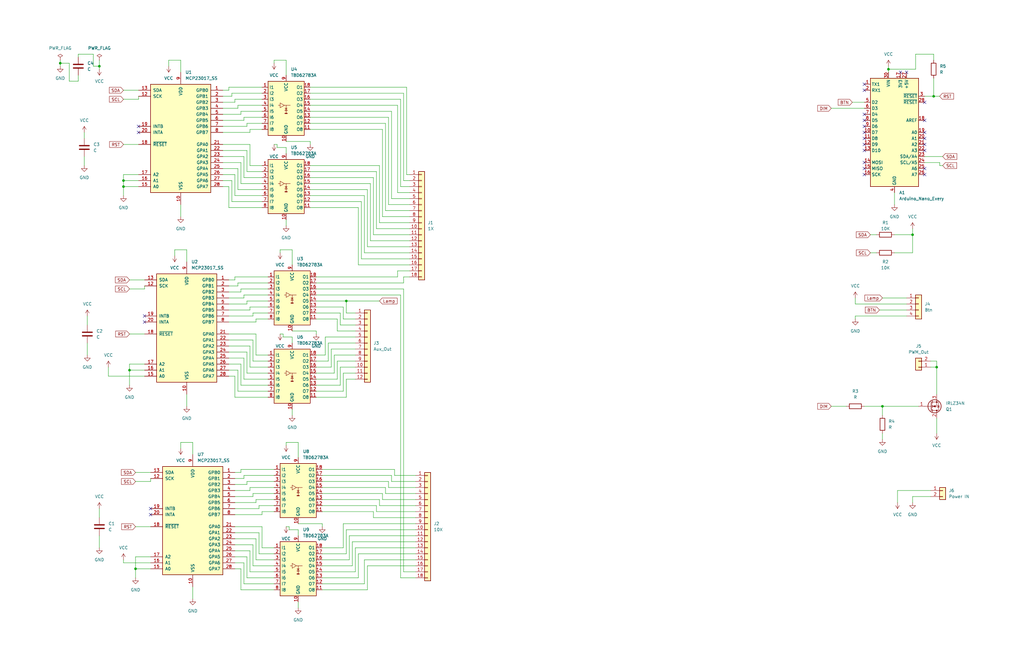
<source format=kicad_sch>
(kicad_sch (version 20230121) (generator eeschema)
  (paper "B")
  (lib_symbols
    (symbol "Connector_Generic:Conn_01x02" (pin_names (offset 1.016) hide)
      (property "Reference" "J" (at 0 2.54 0))
      (property "Value" "Conn_01x02" (at 0 -5.08 0))
      (symbol "Conn_01x02_1_1"
        (pin passive line (at -5.08 0 0) (length 3.81) (name "Pin_1") (number "1"))
        (pin passive line (at -5.08 -2.54 0) (length 3.81) (name "Pin_2") (number "2"))
      )
    )
    (symbol "Connector_Generic:Conn_01x04" (pin_names (offset 1.016) hide)
      (property "Reference" "J" (at 0 5.08 0))
      (property "Value" "Conn_01x04" (at 0 -7.62 0))
      (symbol "Conn_01x04_1_1"
        (pin passive line (at -5.08 2.54 0) (length 3.81) (name "Pin_1") (number "1"))
        (pin passive line (at -5.08 0 0) (length 3.81) (name "Pin_2") (number "2"))
        (pin passive line (at -5.08 -2.54 0) (length 3.81) (name "Pin_3") (number "3"))
        (pin passive line (at -5.08 -5.08 0) (length 3.81) (name "Pin_4") (number "4"))
      )
    )
    (symbol "Connector_Generic:Conn_01x12" (pin_names (offset 1.016) hide)
      (property "Reference" "J" (at 0 15.24 0))
      (property "Value" "Conn_01x12" (at 0 -17.78 0))
      (symbol "Conn_01x12_1_1"
        (pin passive line (at -5.08 12.7 0) (length 3.81) (name "Pin_1") (number "1"))
        (pin passive line (at -5.08 -10.16 0) (length 3.81) (name "Pin_10") (number "10"))
        (pin passive line (at -5.08 -12.7 0) (length 3.81) (name "Pin_11") (number "11"))
        (pin passive line (at -5.08 -15.24 0) (length 3.81) (name "Pin_12") (number "12"))
        (pin passive line (at -5.08 10.16 0) (length 3.81) (name "Pin_2") (number "2"))
        (pin passive line (at -5.08 7.62 0) (length 3.81) (name "Pin_3") (number "3"))
        (pin passive line (at -5.08 5.08 0) (length 3.81) (name "Pin_4") (number "4"))
        (pin passive line (at -5.08 2.54 0) (length 3.81) (name "Pin_5") (number "5"))
        (pin passive line (at -5.08 0 0) (length 3.81) (name "Pin_6") (number "6"))
        (pin passive line (at -5.08 -2.54 0) (length 3.81) (name "Pin_7") (number "7"))
        (pin passive line (at -5.08 -5.08 0) (length 3.81) (name "Pin_8") (number "8"))
        (pin passive line (at -5.08 -7.62 0) (length 3.81) (name "Pin_9") (number "9"))
      )
    )
    (symbol "Connector_Generic:Conn_01x18" (pin_names (offset 1.016) hide)
      (property "Reference" "J" (at 0 22.86 0))
      (property "Value" "Conn_01x18" (at 0 -25.4 0))
      (symbol "Conn_01x18_1_1"
        (pin passive line (at -5.08 20.32 0) (length 3.81) (name "Pin_1") (number "1"))
        (pin passive line (at -5.08 -2.54 0) (length 3.81) (name "Pin_10") (number "10"))
        (pin passive line (at -5.08 -5.08 0) (length 3.81) (name "Pin_11") (number "11"))
        (pin passive line (at -5.08 -7.62 0) (length 3.81) (name "Pin_12") (number "12"))
        (pin passive line (at -5.08 -10.16 0) (length 3.81) (name "Pin_13") (number "13"))
        (pin passive line (at -5.08 -12.7 0) (length 3.81) (name "Pin_14") (number "14"))
        (pin passive line (at -5.08 -15.24 0) (length 3.81) (name "Pin_15") (number "15"))
        (pin passive line (at -5.08 -17.78 0) (length 3.81) (name "Pin_16") (number "16"))
        (pin passive line (at -5.08 -20.32 0) (length 3.81) (name "Pin_17") (number "17"))
        (pin passive line (at -5.08 -22.86 0) (length 3.81) (name "Pin_18") (number "18"))
        (pin passive line (at -5.08 17.78 0) (length 3.81) (name "Pin_2") (number "2"))
        (pin passive line (at -5.08 15.24 0) (length 3.81) (name "Pin_3") (number "3"))
        (pin passive line (at -5.08 12.7 0) (length 3.81) (name "Pin_4") (number "4"))
        (pin passive line (at -5.08 10.16 0) (length 3.81) (name "Pin_5") (number "5"))
        (pin passive line (at -5.08 7.62 0) (length 3.81) (name "Pin_6") (number "6"))
        (pin passive line (at -5.08 5.08 0) (length 3.81) (name "Pin_7") (number "7"))
        (pin passive line (at -5.08 2.54 0) (length 3.81) (name "Pin_8") (number "8"))
        (pin passive line (at -5.08 0 0) (length 3.81) (name "Pin_9") (number "9"))
      )
    )
    (symbol "Device:C" (pin_numbers hide) (pin_names (offset 0.254))
      (property "Reference" "C" (at 0.635 2.54 0))
      (property "Value" "C" (at 0.635 -2.54 0))
      (symbol "C_1_1"
        (pin passive line (at 0 3.81 270) (length 2.794) (name "~") (number "1"))
        (pin passive line (at 0 -3.81 90) (length 2.794) (name "~") (number "2"))
      )
    )
    (symbol "Device:R" (pin_numbers hide) (pin_names (offset 0))
      (property "Reference" "R" (at 2.032 0 90))
      (property "Value" "R" (at 0 0 90))
      (symbol "R_1_1"
        (pin passive line (at 0 3.81 270) (length 1.27) (name "~") (number "1"))
        (pin passive line (at 0 -3.81 90) (length 1.27) (name "~") (number "2"))
      )
    )
    (symbol "Interface_Expansion:MCP23017_SS" (pin_names (offset 1.016))
      (property "Reference" "U" (at -11.43 24.13 0))
      (property "Value" "MCP23017_SS" (at 0 0 0))
      (symbol "MCP23017_SS_1_1"
        (pin bidirectional line (at 17.78 20.32 180) (length 5.08) (name "GPB0") (number "1"))
        (pin power_in line (at 0 -27.94 90) (length 5.08) (name "VSS") (number "10"))
        (pin no_connect line (at -12.7 15.24 0) (length 5.08) hide (name "NC") (number "11"))
        (pin input line (at -17.78 17.78 0) (length 5.08) (name "SCK") (number "12"))
        (pin bidirectional line (at -17.78 20.32 0) (length 5.08) (name "SDA") (number "13"))
        (pin no_connect line (at -12.7 12.7 0) (length 5.08) hide (name "NC") (number "14"))
        (pin input line (at -17.78 -20.32 0) (length 5.08) (name "A0") (number "15"))
        (pin input line (at -17.78 -17.78 0) (length 5.08) (name "A1") (number "16"))
        (pin input line (at -17.78 -15.24 0) (length 5.08) (name "A2") (number "17"))
        (pin input line (at -17.78 -2.54 0) (length 5.08) (name "~{RESET}") (number "18"))
        (pin tri_state line (at -17.78 5.08 0) (length 5.08) (name "INTB") (number "19"))
        (pin bidirectional line (at 17.78 17.78 180) (length 5.08) (name "GPB1") (number "2"))
        (pin tri_state line (at -17.78 2.54 0) (length 5.08) (name "INTA") (number "20"))
        (pin bidirectional line (at 17.78 -2.54 180) (length 5.08) (name "GPA0") (number "21"))
        (pin bidirectional line (at 17.78 -5.08 180) (length 5.08) (name "GPA1") (number "22"))
        (pin bidirectional line (at 17.78 -7.62 180) (length 5.08) (name "GPA2") (number "23"))
        (pin bidirectional line (at 17.78 -10.16 180) (length 5.08) (name "GPA3") (number "24"))
        (pin bidirectional line (at 17.78 -12.7 180) (length 5.08) (name "GPA4") (number "25"))
        (pin bidirectional line (at 17.78 -15.24 180) (length 5.08) (name "GPA5") (number "26"))
        (pin bidirectional line (at 17.78 -17.78 180) (length 5.08) (name "GPA6") (number "27"))
        (pin bidirectional line (at 17.78 -20.32 180) (length 5.08) (name "GPA7") (number "28"))
        (pin bidirectional line (at 17.78 15.24 180) (length 5.08) (name "GPB2") (number "3"))
        (pin bidirectional line (at 17.78 12.7 180) (length 5.08) (name "GPB3") (number "4"))
        (pin bidirectional line (at 17.78 10.16 180) (length 5.08) (name "GPB4") (number "5"))
        (pin bidirectional line (at 17.78 7.62 180) (length 5.08) (name "GPB5") (number "6"))
        (pin bidirectional line (at 17.78 5.08 180) (length 5.08) (name "GPB6") (number "7"))
        (pin bidirectional line (at 17.78 2.54 180) (length 5.08) (name "GPB7") (number "8"))
        (pin power_in line (at 0 27.94 270) (length 5.08) (name "VDD") (number "9"))
      )
    )
    (symbol "MCU_Module:Arduino_Nano_Every"
      (property "Reference" "A" (at -10.16 23.495 0))
      (property "Value" "Arduino_Nano_Every" (at 5.08 -24.13 0))
      (symbol "Arduino_Nano_Every_1_1"
        (pin bidirectional line (at -12.7 20.32 0) (length 2.54) (name "TX1") (number "1"))
        (pin bidirectional line (at -12.7 0 0) (length 2.54) (name "D7") (number "10"))
        (pin bidirectional line (at -12.7 -2.54 0) (length 2.54) (name "D8") (number "11"))
        (pin bidirectional line (at -12.7 -5.08 0) (length 2.54) (name "D9") (number "12"))
        (pin bidirectional line (at -12.7 -7.62 0) (length 2.54) (name "D10") (number "13"))
        (pin bidirectional line (at -12.7 -12.7 0) (length 2.54) (name "MOSI") (number "14"))
        (pin bidirectional line (at -12.7 -15.24 0) (length 2.54) (name "MISO") (number "15"))
        (pin bidirectional line (at -12.7 -17.78 0) (length 2.54) (name "SCK") (number "16"))
        (pin power_out line (at 2.54 25.4 270) (length 2.54) (name "3V3") (number "17"))
        (pin input line (at 12.7 5.08 180) (length 2.54) (name "AREF") (number "18"))
        (pin bidirectional line (at 12.7 0 180) (length 2.54) (name "A0") (number "19"))
        (pin bidirectional line (at -12.7 17.78 0) (length 2.54) (name "RX1") (number "2"))
        (pin bidirectional line (at 12.7 -2.54 180) (length 2.54) (name "A1") (number "20"))
        (pin bidirectional line (at 12.7 -5.08 180) (length 2.54) (name "A2") (number "21"))
        (pin bidirectional line (at 12.7 -7.62 180) (length 2.54) (name "A3") (number "22"))
        (pin bidirectional line (at 12.7 -10.16 180) (length 2.54) (name "SDA/A4") (number "23"))
        (pin bidirectional line (at 12.7 -12.7 180) (length 2.54) (name "SCL/A5") (number "24"))
        (pin bidirectional line (at 12.7 -15.24 180) (length 2.54) (name "A6") (number "25"))
        (pin bidirectional line (at 12.7 -17.78 180) (length 2.54) (name "A7") (number "26"))
        (pin power_out line (at 5.08 25.4 270) (length 2.54) (name "+5V") (number "27"))
        (pin input line (at 12.7 12.7 180) (length 2.54) (name "~{RESET}") (number "28"))
        (pin passive line (at 0 -25.4 90) (length 2.54) hide (name "GND") (number "29"))
        (pin input line (at 12.7 15.24 180) (length 2.54) (name "~{RESET}") (number "3"))
        (pin power_in line (at -2.54 25.4 270) (length 2.54) (name "VIN") (number "30"))
        (pin power_in line (at 0 -25.4 90) (length 2.54) (name "GND") (number "4"))
        (pin bidirectional line (at -12.7 12.7 0) (length 2.54) (name "D2") (number "5"))
        (pin bidirectional line (at -12.7 10.16 0) (length 2.54) (name "D3") (number "6"))
        (pin bidirectional line (at -12.7 7.62 0) (length 2.54) (name "D4") (number "7"))
        (pin bidirectional line (at -12.7 5.08 0) (length 2.54) (name "D5") (number "8"))
        (pin bidirectional line (at -12.7 2.54 0) (length 2.54) (name "D6") (number "9"))
      )
    )
    (symbol "Transistor_Array:TBD62783A"
      (property "Reference" "U" (at -7.62 11.43 0))
      (property "Value" "TBD62783A" (at 1.27 11.43 0))
      (symbol "TBD62783A_1_1"
        (pin input line (at -10.16 7.62 0) (length 2.54) (name "I1") (number "1"))
        (pin power_in line (at 0 -15.24 90) (length 2.54) (name "GND") (number "10"))
        (pin open_emitter line (at 10.16 -10.16 180) (length 2.54) (name "O8") (number "11"))
        (pin open_emitter line (at 10.16 -7.62 180) (length 2.54) (name "O7") (number "12"))
        (pin open_emitter line (at 10.16 -5.08 180) (length 2.54) (name "O6") (number "13"))
        (pin open_emitter line (at 10.16 -2.54 180) (length 2.54) (name "O5") (number "14"))
        (pin open_emitter line (at 10.16 0 180) (length 2.54) (name "O4") (number "15"))
        (pin open_emitter line (at 10.16 2.54 180) (length 2.54) (name "O3") (number "16"))
        (pin open_emitter line (at 10.16 5.08 180) (length 2.54) (name "O2") (number "17"))
        (pin open_emitter line (at 10.16 7.62 180) (length 2.54) (name "O1") (number "18"))
        (pin input line (at -10.16 5.08 0) (length 2.54) (name "I2") (number "2"))
        (pin input line (at -10.16 2.54 0) (length 2.54) (name "I3") (number "3"))
        (pin input line (at -10.16 0 0) (length 2.54) (name "I4") (number "4"))
        (pin input line (at -10.16 -2.54 0) (length 2.54) (name "I5") (number "5"))
        (pin input line (at -10.16 -5.08 0) (length 2.54) (name "I6") (number "6"))
        (pin input line (at -10.16 -7.62 0) (length 2.54) (name "I7") (number "7"))
        (pin input line (at -10.16 -10.16 0) (length 2.54) (name "I8") (number "8"))
        (pin power_in line (at 0 12.7 270) (length 2.54) (name "VCC") (number "9"))
      )
    )
    (symbol "Transistor_FET:IRLZ34N" (pin_names hide)
      (property "Reference" "Q" (at 6.35 1.905 0))
      (property "Value" "IRLZ34N" (at 6.35 0 0))
      (symbol "IRLZ34N_1_1"
        (pin input line (at -5.08 0 0) (length 2.54) (name "G") (number "1"))
        (pin passive line (at 2.54 5.08 270) (length 2.54) (name "D") (number "2"))
        (pin passive line (at 2.54 -5.08 90) (length 2.54) (name "S") (number "3"))
      )
    )
    (symbol "power:GND" (power) (pin_names (offset 0))
      (property "Value" "GND" (at 0 -3.81 0))
      (symbol "GND_1_1"
        (pin power_in line (at 0 0 270) (length 0) hide (name "GND") (number "1"))
      )
    )
    (symbol "power:PWR_FLAG" (power) (pin_numbers hide) (pin_names (offset 0) hide)
      (property "Value" "PWR_FLAG" (at 0 3.81 0))
      (symbol "PWR_FLAG_0_0"
        (pin power_out line (at 0 0 90) (length 0) (name "pwr") (number "1"))
      )
    )
    (symbol "power:VCC" (power) (pin_names (offset 0))
      (property "Value" "VCC" (at 0 3.81 0))
      (symbol "VCC_1_1"
        (pin power_in line (at 0 0 90) (length 0) hide (name "VCC") (number "1"))
      )
    )
  )
  (junction (at 384.81 99.06))
  (junction (at 372.11 171.45))
  (junction (at 393.7 40.64))
  (junction (at 41.91 27.94))
  (junction (at 25.4 26.67))
  (junction (at 54.61 156.21))
  (junction (at 52.07 78.74))
  (junction (at 57.15 240.03))
  (junction (at 52.07 76.2))
  (junction (at 394.97 154.94))
  (junction (at 374.65 29.21))
  (junction (at 146.05 127))
  (no_connect (at 364.49 48.26))
  (no_connect (at 364.49 50.8))
  (no_connect (at 60.96 133.35))
  (no_connect (at 364.49 53.34))
  (no_connect (at 364.49 68.58))
  (no_connect (at 389.89 63.5))
  (no_connect (at 364.49 55.88))
  (no_connect (at 389.89 43.18))
  (no_connect (at 364.49 38.1))
  (no_connect (at 364.49 58.42))
  (no_connect (at 364.49 63.5))
  (no_connect (at 364.49 35.56))
  (no_connect (at 379.73 30.48))
  (no_connect (at 63.5 214.63))
  (no_connect (at 58.42 55.88))
  (no_connect (at 389.89 73.66))
  (no_connect (at 364.49 73.66))
  (no_connect (at 389.89 60.96))
  (no_connect (at 60.96 135.89))
  (no_connect (at 389.89 55.88))
  (no_connect (at 364.49 71.12))
  (no_connect (at 364.49 60.96))
  (no_connect (at 63.5 217.17))
  (no_connect (at 58.42 53.34))
  (no_connect (at 389.89 50.8))
  (no_connect (at 389.89 71.12))
  (no_connect (at 382.27 30.48))
  (no_connect (at 389.89 58.42))
  (wire (pts (xy 386.08 22.86) (xy 386.08 29.21)))
  (wire (pts (xy 146.05 127) (xy 160.02 127)))
  (wire (pts (xy 133.35 167.64) (xy 146.05 167.64)))
  (wire (pts (xy 25.4 26.67) (xy 25.4 27.94)))
  (wire (pts (xy 143.51 154.94) (xy 149.86 154.94)))
  (wire (pts (xy 154.94 104.14) (xy 172.72 104.14)))
  (wire (pts (xy 99.06 201.93) (xy 102.87 201.93)))
  (wire (pts (xy 161.29 208.28) (xy 135.89 208.28)))
  (wire (pts (xy 135.89 238.76) (xy 148.59 238.76)))
  (wire (pts (xy 93.98 50.8) (xy 102.87 50.8)))
  (wire (pts (xy 149.86 241.3) (xy 149.86 231.14)))
  (wire (pts (xy 160.02 69.85) (xy 160.02 93.98)))
  (wire (pts (xy 93.98 63.5) (xy 104.14 63.5)))
  (wire (pts (xy 377.19 99.06) (xy 384.81 99.06)))
  (wire (pts (xy 133.35 121.92) (xy 170.18 121.92)))
  (wire (pts (xy 171.45 36.83) (xy 130.81 36.83)))
  (wire (pts (xy 102.87 124.46) (xy 113.03 124.46)))
  (wire (pts (xy 394.97 152.4) (xy 392.43 152.4)))
  (wire (pts (xy 153.67 236.22) (xy 175.26 236.22)))
  (wire (pts (xy 389.89 66.04) (xy 397.51 66.04)))
  (wire (pts (xy 105.41 129.54) (xy 113.03 129.54)))
  (wire (pts (xy 168.91 243.84) (xy 168.91 124.46)))
  (wire (pts (xy 125.73 186.69) (xy 125.73 193.04)))
  (wire (pts (xy 29.21 34.29) (xy 29.21 26.67)))
  (wire (pts (xy 171.45 73.66) (xy 171.45 36.83)))
  (wire (pts (xy 133.35 119.38) (xy 170.18 119.38)))
  (wire (pts (xy 372.11 171.45) (xy 372.11 175.26)))
  (wire (pts (xy 99.06 207.01) (xy 105.41 207.01)))
  (wire (pts (xy 175.26 215.9) (xy 158.75 215.9)))
  (wire (pts (xy 120.65 62.23) (xy 116.84 62.23)))
  (wire (pts (xy 160.02 213.36) (xy 160.02 210.82)))
  (wire (pts (xy 101.6 248.92) (xy 115.57 248.92)))
  (wire (pts (xy 374.65 27.94) (xy 374.65 29.21)))
  (wire (pts (xy 144.78 231.14) (xy 135.89 231.14)))
  (wire (pts (xy 115.57 246.38) (xy 102.87 246.38)))
  (wire (pts (xy 115.57 231.14) (xy 110.49 231.14)))
  (wire (pts (xy 140.97 149.86) (xy 149.86 149.86)))
  (wire (pts (xy 154.94 248.92) (xy 154.94 238.76)))
  (wire (pts (xy 367.03 106.68) (xy 369.57 106.68)))
  (wire (pts (xy 115.57 241.3) (xy 105.41 241.3)))
  (wire (pts (xy 133.35 132.08) (xy 143.51 132.08)))
  (wire (pts (xy 97.79 40.64) (xy 97.79 39.37)))
  (wire (pts (xy 78.74 166.37) (xy 78.74 171.45)))
  (wire (pts (xy 157.48 99.06) (xy 172.72 99.06)))
  (wire (pts (xy 118.11 106.68) (xy 118.11 105.41)))
  (wire (pts (xy 175.26 203.2) (xy 165.1 203.2)))
  (wire (pts (xy 372.11 182.88) (xy 372.11 185.42)))
  (wire (pts (xy 116.84 62.23) (xy 116.84 60.96)))
  (wire (pts (xy 152.4 109.22) (xy 172.72 109.22)))
  (wire (pts (xy 100.33 156.21) (xy 96.52 156.21)))
  (wire (pts (xy 33.02 24.13) (xy 33.02 22.86)))
  (wire (pts (xy 130.81 52.07) (xy 162.56 52.07)))
  (wire (pts (xy 137.16 142.24) (xy 149.86 142.24)))
  (wire (pts (xy 146.05 160.02) (xy 149.86 160.02)))
  (wire (pts (xy 137.16 149.86) (xy 137.16 142.24)))
  (wire (pts (xy 57.15 234.95) (xy 57.15 240.03)))
  (wire (pts (xy 119.38 142.24) (xy 119.38 140.97)))
  (wire (pts (xy 166.37 200.66) (xy 166.37 198.12)))
  (wire (pts (xy 359.41 43.18) (xy 364.49 43.18)))
  (wire (pts (xy 52.07 41.91) (xy 58.42 41.91)))
  (wire (pts (xy 394.97 154.94) (xy 394.97 152.4)))
  (wire (pts (xy 175.26 243.84) (xy 168.91 243.84)))
  (wire (pts (xy 149.86 231.14) (xy 175.26 231.14)))
  (wire (pts (xy 106.68 209.55) (xy 106.68 208.28)))
  (wire (pts (xy 100.33 80.01) (xy 100.33 71.12)))
  (wire (pts (xy 52.07 78.74) (xy 52.07 82.55)))
  (wire (pts (xy 100.33 44.45) (xy 110.49 44.45)))
  (wire (pts (xy 93.98 68.58) (xy 101.6 68.58)))
  (wire (pts (xy 102.87 49.53) (xy 110.49 49.53)))
  (wire (pts (xy 96.52 148.59) (xy 104.14 148.59)))
  (wire (pts (xy 73.66 105.41) (xy 73.66 107.95)))
  (wire (pts (xy 175.26 213.36) (xy 160.02 213.36)))
  (wire (pts (xy 168.91 41.91) (xy 130.81 41.91)))
  (wire (pts (xy 93.98 45.72) (xy 100.33 45.72)))
  (wire (pts (xy 41.91 27.94) (xy 41.91 29.21)))
  (wire (pts (xy 109.22 224.79) (xy 109.22 233.68)))
  (wire (pts (xy 396.24 68.58) (xy 389.89 68.58)))
  (wire (pts (xy 105.41 205.74) (xy 115.57 205.74)))
  (wire (pts (xy 170.18 121.92) (xy 170.18 241.3)))
  (wire (pts (xy 107.95 134.62) (xy 113.03 134.62)))
  (wire (pts (xy 81.28 247.65) (xy 81.28 252.73)))
  (wire (pts (xy 382.27 130.81) (xy 370.84 130.81)))
  (wire (pts (xy 96.52 87.63) (xy 110.49 87.63)))
  (wire (pts (xy 146.05 132.08) (xy 149.86 132.08)))
  (wire (pts (xy 119.38 140.97) (xy 118.11 140.97)))
  (wire (pts (xy 125.73 223.52) (xy 121.92 223.52)))
  (wire (pts (xy 105.41 69.85) (xy 105.41 60.96)))
  (wire (pts (xy 148.59 238.76) (xy 148.59 228.6)))
  (wire (pts (xy 99.06 204.47) (xy 104.14 204.47)))
  (wire (pts (xy 143.51 132.08) (xy 143.51 137.16)))
  (wire (pts (xy 175.26 226.06) (xy 147.32 226.06)))
  (wire (pts (xy 104.14 127) (xy 113.03 127)))
  (wire (pts (xy 374.65 29.21) (xy 374.65 30.48)))
  (wire (pts (xy 96.52 78.74) (xy 96.52 87.63)))
  (wire (pts (xy 133.35 149.86) (xy 137.16 149.86)))
  (wire (pts (xy 113.03 160.02) (xy 102.87 160.02)))
  (wire (pts (xy 382.27 128.27) (xy 360.68 128.27)))
  (wire (pts (xy 360.68 133.35) (xy 382.27 133.35)))
  (wire (pts (xy 54.61 156.21) (xy 54.61 162.56)))
  (wire (pts (xy 125.73 254) (xy 125.73 256.54)))
  (wire (pts (xy 107.95 227.33) (xy 107.95 236.22)))
  (wire (pts (xy 377.19 106.68) (xy 384.81 106.68)))
  (wire (pts (xy 120.65 92.71) (xy 120.65 95.25)))
  (wire (pts (xy 93.98 38.1) (xy 96.52 38.1)))
  (wire (pts (xy 33.02 22.86) (xy 39.37 22.86)))
  (wire (pts (xy 113.03 165.1) (xy 100.33 165.1)))
  (wire (pts (xy 147.32 236.22) (xy 135.89 236.22)))
  (wire (pts (xy 143.51 162.56) (xy 143.51 154.94)))
  (wire (pts (xy 163.83 205.74) (xy 163.83 203.2)))
  (wire (pts (xy 41.91 25.4) (xy 41.91 27.94)))
  (wire (pts (xy 105.41 146.05) (xy 105.41 154.94)))
  (wire (pts (xy 135.89 248.92) (xy 154.94 248.92)))
  (wire (pts (xy 96.52 143.51) (xy 106.68 143.51)))
  (wire (pts (xy 93.98 66.04) (xy 102.87 66.04)))
  (wire (pts (xy 154.94 80.01) (xy 154.94 104.14)))
  (wire (pts (xy 93.98 73.66) (xy 99.06 73.66)))
  (wire (pts (xy 99.06 118.11) (xy 99.06 116.84)))
  (wire (pts (xy 110.49 80.01) (xy 100.33 80.01)))
  (wire (pts (xy 158.75 215.9) (xy 158.75 213.36)))
  (wire (pts (xy 107.95 212.09) (xy 107.95 210.82)))
  (wire (pts (xy 367.03 99.06) (xy 369.57 99.06)))
  (wire (pts (xy 54.61 140.97) (xy 60.96 140.97)))
  (wire (pts (xy 104.14 63.5) (xy 104.14 72.39)))
  (wire (pts (xy 106.68 238.76) (xy 115.57 238.76)))
  (wire (pts (xy 138.43 152.4) (xy 138.43 144.78)))
  (wire (pts (xy 60.96 156.21) (xy 54.61 156.21)))
  (wire (pts (xy 140.97 157.48) (xy 140.97 149.86)))
  (wire (pts (xy 146.05 167.64) (xy 146.05 160.02)))
  (wire (pts (xy 151.13 111.76) (xy 172.72 111.76)))
  (wire (pts (xy 106.68 229.87) (xy 106.68 238.76)))
  (wire (pts (xy 106.68 133.35) (xy 106.68 132.08)))
  (wire (pts (xy 96.52 118.11) (xy 99.06 118.11)))
  (wire (pts (xy 54.61 121.92) (xy 60.96 121.92)))
  (wire (pts (xy 360.68 128.27) (xy 360.68 125.73)))
  (wire (pts (xy 99.06 116.84) (xy 113.03 116.84)))
  (wire (pts (xy 133.35 157.48) (xy 140.97 157.48)))
  (wire (pts (xy 104.14 72.39) (xy 110.49 72.39)))
  (wire (pts (xy 135.89 220.98) (xy 135.89 222.25)))
  (wire (pts (xy 93.98 71.12) (xy 100.33 71.12)))
  (wire (pts (xy 146.05 127) (xy 146.05 132.08)))
  (wire (pts (xy 133.35 160.02) (xy 142.24 160.02)))
  (wire (pts (xy 97.79 76.2) (xy 93.98 76.2)))
  (wire (pts (xy 148.59 228.6) (xy 175.26 228.6)))
  (wire (pts (xy 57.15 222.25) (xy 63.5 222.25)))
  (wire (pts (xy 157.48 218.44) (xy 157.48 215.9)))
  (wire (pts (xy 93.98 40.64) (xy 97.79 40.64)))
  (wire (pts (xy 97.79 85.09) (xy 97.79 76.2)))
  (wire (pts (xy 104.14 204.47) (xy 104.14 203.2)))
  (wire (pts (xy 115.57 236.22) (xy 107.95 236.22)))
  (wire (pts (xy 151.13 233.68) (xy 175.26 233.68)))
  (wire (pts (xy 102.87 160.02) (xy 102.87 151.13)))
  (wire (pts (xy 99.06 209.55) (xy 106.68 209.55)))
  (wire (pts (xy 175.26 210.82) (xy 161.29 210.82)))
  (wire (pts (xy 101.6 68.58) (xy 101.6 77.47)))
  (wire (pts (xy 162.56 88.9) (xy 162.56 52.07)))
  (wire (pts (xy 133.35 162.56) (xy 143.51 162.56)))
  (wire (pts (xy 397.51 69.85) (xy 396.24 69.85)))
  (wire (pts (xy 161.29 210.82) (xy 161.29 208.28)))
  (wire (pts (xy 135.89 233.68) (xy 146.05 233.68)))
  (wire (pts (xy 96.52 128.27) (xy 104.14 128.27)))
  (wire (pts (xy 101.6 162.56) (xy 113.03 162.56)))
  (wire (pts (xy 101.6 77.47) (xy 110.49 77.47)))
  (wire (pts (xy 142.24 160.02) (xy 142.24 152.4)))
  (wire (pts (xy 63.5 237.49) (xy 52.07 237.49)))
  (wire (pts (xy 35.56 66.04) (xy 35.56 69.85)))
  (wire (pts (xy 130.81 49.53) (xy 163.83 49.53)))
  (wire (pts (xy 25.4 25.4) (xy 25.4 26.67)))
  (wire (pts (xy 121.92 222.25) (xy 120.65 222.25)))
  (wire (pts (xy 167.64 114.3) (xy 172.72 114.3)))
  (wire (pts (xy 123.19 142.24) (xy 119.38 142.24)))
  (wire (pts (xy 133.35 139.7) (xy 133.35 140.97)))
  (wire (pts (xy 157.48 74.93) (xy 157.48 99.06)))
  (wire (pts (xy 156.21 101.6) (xy 172.72 101.6)))
  (wire (pts (xy 139.7 154.94) (xy 139.7 147.32)))
  (wire (pts (xy 175.26 205.74) (xy 163.83 205.74)))
  (wire (pts (xy 102.87 200.66) (xy 115.57 200.66)))
  (wire (pts (xy 167.64 44.45) (xy 167.64 81.28)))
  (wire (pts (xy 153.67 82.55) (xy 153.67 106.68)))
  (wire (pts (xy 96.52 153.67) (xy 101.6 153.67)))
  (wire (pts (xy 35.56 55.88) (xy 35.56 58.42)))
  (wire (pts (xy 96.52 158.75) (xy 99.06 158.75)))
  (wire (pts (xy 120.65 25.4) (xy 120.65 31.75)))
  (wire (pts (xy 57.15 240.03) (xy 63.5 240.03)))
  (wire (pts (xy 172.72 73.66) (xy 171.45 73.66)))
  (wire (pts (xy 105.41 241.3) (xy 105.41 232.41)))
  (wire (pts (xy 166.37 198.12) (xy 135.89 198.12)))
  (wire (pts (xy 135.89 246.38) (xy 153.67 246.38)))
  (wire (pts (xy 52.07 73.66) (xy 52.07 76.2)))
  (wire (pts (xy 163.83 86.36) (xy 172.72 86.36)))
  (wire (pts (xy 153.67 246.38) (xy 153.67 236.22)))
  (wire (pts (xy 104.14 203.2) (xy 115.57 203.2)))
  (wire (pts (xy 158.75 96.52) (xy 172.72 96.52)))
  (wire (pts (xy 167.64 116.84) (xy 133.35 116.84)))
  (wire (pts (xy 372.11 125.73) (xy 382.27 125.73)))
  (wire (pts (xy 96.52 120.65) (xy 100.33 120.65)))
  (wire (pts (xy 96.52 133.35) (xy 106.68 133.35)))
  (wire (pts (xy 125.73 220.98) (xy 135.89 220.98)))
  (wire (pts (xy 107.95 210.82) (xy 115.57 210.82)))
  (wire (pts (xy 130.81 80.01) (xy 154.94 80.01)))
  (wire (pts (xy 101.6 46.99) (xy 110.49 46.99)))
  (wire (pts (xy 170.18 116.84) (xy 172.72 116.84)))
  (wire (pts (xy 113.03 154.94) (xy 105.41 154.94)))
  (wire (pts (xy 101.6 153.67) (xy 101.6 162.56)))
  (wire (pts (xy 384.81 212.09) (xy 384.81 209.55)))
  (wire (pts (xy 102.87 201.93) (xy 102.87 200.66)))
  (wire (pts (xy 130.81 72.39) (xy 158.75 72.39)))
  (wire (pts (xy 52.07 76.2) (xy 52.07 78.74)))
  (wire (pts (xy 52.07 237.49) (xy 52.07 236.22)))
  (wire (pts (xy 96.52 146.05) (xy 105.41 146.05)))
  (wire (pts (xy 130.81 87.63) (xy 151.13 87.63)))
  (wire (pts (xy 110.49 217.17) (xy 110.49 215.9)))
  (wire (pts (xy 392.43 154.94) (xy 394.97 154.94)))
  (wire (pts (xy 115.57 25.4) (xy 120.65 25.4)))
  (wire (pts (xy 156.21 77.47) (xy 156.21 101.6)))
  (wire (pts (xy 109.22 233.68) (xy 115.57 233.68)))
  (wire (pts (xy 57.15 203.2) (xy 63.5 203.2)))
  (wire (pts (xy 123.19 105.41) (xy 123.19 111.76)))
  (wire (pts (xy 76.2 25.4) (xy 71.12 25.4)))
  (wire (pts (xy 393.7 33.02) (xy 393.7 40.64)))
  (wire (pts (xy 105.41 60.96) (xy 93.98 60.96)))
  (wire (pts (xy 130.81 69.85) (xy 160.02 69.85)))
  (wire (pts (xy 384.81 209.55) (xy 392.43 209.55)))
  (wire (pts (xy 36.83 133.35) (xy 36.83 137.16)))
  (wire (pts (xy 157.48 215.9) (xy 135.89 215.9)))
  (wire (pts (xy 130.81 54.61) (xy 161.29 54.61)))
  (wire (pts (xy 99.06 232.41) (xy 105.41 232.41)))
  (wire (pts (xy 102.87 66.04) (xy 102.87 74.93)))
  (wire (pts (xy 175.26 200.66) (xy 166.37 200.66)))
  (wire (pts (xy 99.06 73.66) (xy 99.06 82.55)))
  (wire (pts (xy 96.52 151.13) (xy 102.87 151.13)))
  (wire (pts (xy 170.18 119.38) (xy 170.18 116.84)))
  (wire (pts (xy 144.78 157.48) (xy 149.86 157.48)))
  (wire (pts (xy 163.83 203.2) (xy 135.89 203.2)))
  (wire (pts (xy 106.68 152.4) (xy 113.03 152.4)))
  (wire (pts (xy 167.64 81.28) (xy 172.72 81.28)))
  (wire (pts (xy 160.02 210.82) (xy 135.89 210.82)))
  (wire (pts (xy 96.52 36.83) (xy 110.49 36.83)))
  (wire (pts (xy 109.22 214.63) (xy 109.22 213.36)))
  (wire (pts (xy 384.81 106.68) (xy 384.81 99.06)))
  (wire (pts (xy 58.42 41.91) (xy 58.42 40.64)))
  (wire (pts (xy 57.15 234.95) (xy 63.5 234.95)))
  (wire (pts (xy 143.51 137.16) (xy 149.86 137.16)))
  (wire (pts (xy 60.96 121.92) (xy 60.96 120.65)))
  (wire (pts (xy 142.24 152.4) (xy 149.86 152.4)))
  (wire (pts (xy 133.35 152.4) (xy 138.43 152.4)))
  (wire (pts (xy 175.26 208.28) (xy 162.56 208.28)))
  (wire (pts (xy 350.52 171.45) (xy 356.87 171.45)))
  (wire (pts (xy 142.24 134.62) (xy 142.24 139.7)))
  (wire (pts (xy 144.78 129.54) (xy 144.78 134.62)))
  (wire (pts (xy 151.13 87.63) (xy 151.13 111.76)))
  (wire (pts (xy 107.95 140.97) (xy 96.52 140.97)))
  (wire (pts (xy 41.91 226.06) (xy 41.91 231.14)))
  (wire (pts (xy 144.78 220.98) (xy 144.78 231.14)))
  (wire (pts (xy 163.83 49.53) (xy 163.83 86.36)))
  (wire (pts (xy 99.06 41.91) (xy 110.49 41.91)))
  (wire (pts (xy 377.19 81.28) (xy 377.19 86.36)))
  (wire (pts (xy 167.64 114.3) (xy 167.64 116.84)))
  (wire (pts (xy 106.68 208.28) (xy 115.57 208.28)))
  (wire (pts (xy 93.98 48.26) (xy 101.6 48.26)))
  (wire (pts (xy 99.06 43.18) (xy 99.06 41.91)))
  (wire (pts (xy 100.33 119.38) (xy 113.03 119.38)))
  (wire (pts (xy 152.4 85.09) (xy 152.4 109.22)))
  (wire (pts (xy 93.98 55.88) (xy 105.41 55.88)))
  (wire (pts (xy 158.75 213.36) (xy 135.89 213.36)))
  (wire (pts (xy 39.37 27.94) (xy 41.91 27.94)))
  (wire (pts (xy 165.1 200.66) (xy 135.89 200.66)))
  (wire (pts (xy 378.46 207.01) (xy 378.46 212.09)))
  (wire (pts (xy 99.06 229.87) (xy 106.68 229.87)))
  (wire (pts (xy 93.98 78.74) (xy 96.52 78.74)))
  (wire (pts (xy 170.18 241.3) (xy 175.26 241.3)))
  (wire (pts (xy 78.74 105.41) (xy 73.66 105.41)))
  (wire (pts (xy 105.41 207.01) (xy 105.41 205.74)))
  (wire (pts (xy 175.26 220.98) (xy 144.78 220.98)))
  (wire (pts (xy 109.22 213.36) (xy 115.57 213.36)))
  (wire (pts (xy 104.14 148.59) (xy 104.14 157.48)))
  (wire (pts (xy 96.52 38.1) (xy 96.52 36.83)))
  (wire (pts (xy 99.06 240.03) (xy 101.6 240.03)))
  (wire (pts (xy 133.35 127) (xy 146.05 127)))
  (wire (pts (xy 52.07 73.66) (xy 58.42 73.66)))
  (wire (pts (xy 151.13 243.84) (xy 151.13 233.68)))
  (wire (pts (xy 101.6 123.19) (xy 101.6 121.92)))
  (wire (pts (xy 105.41 130.81) (xy 105.41 129.54)))
  (wire (pts (xy 99.06 212.09) (xy 107.95 212.09)))
  (wire (pts (xy 172.72 78.74) (xy 168.91 78.74)))
  (wire (pts (xy 104.14 243.84) (xy 115.57 243.84)))
  (wire (pts (xy 104.14 53.34) (xy 104.14 52.07)))
  (wire (pts (xy 52.07 78.74) (xy 58.42 78.74)))
  (wire (pts (xy 158.75 72.39) (xy 158.75 96.52)))
  (wire (pts (xy 135.89 241.3) (xy 149.86 241.3)))
  (wire (pts (xy 106.68 132.08) (xy 113.03 132.08)))
  (wire (pts (xy 99.06 214.63) (xy 109.22 214.63)))
  (wire (pts (xy 107.95 135.89) (xy 107.95 134.62)))
  (wire (pts (xy 54.61 118.11) (xy 60.96 118.11)))
  (wire (pts (xy 116.84 60.96) (xy 115.57 60.96)))
  (wire (pts (xy 175.26 218.44) (xy 157.48 218.44)))
  (wire (pts (xy 105.41 54.61) (xy 110.49 54.61)))
  (wire (pts (xy 130.81 39.37) (xy 170.18 39.37)))
  (wire (pts (xy 57.15 240.03) (xy 57.15 243.84)))
  (wire (pts (xy 33.02 34.29) (xy 29.21 34.29)))
  (wire (pts (xy 153.67 106.68) (xy 172.72 106.68)))
  (wire (pts (xy 125.73 226.06) (xy 125.73 223.52)))
  (wire (pts (xy 392.43 207.01) (xy 378.46 207.01)))
  (wire (pts (xy 39.37 22.86) (xy 39.37 27.94)))
  (wire (pts (xy 76.2 186.69) (xy 76.2 189.23)))
  (wire (pts (xy 389.89 40.64) (xy 393.7 40.64)))
  (wire (pts (xy 52.07 38.1) (xy 58.42 38.1)))
  (wire (pts (xy 120.65 187.96) (xy 120.65 186.69)))
  (wire (pts (xy 97.79 39.37) (xy 110.49 39.37)))
  (wire (pts (xy 104.14 234.95) (xy 104.14 243.84)))
  (wire (pts (xy 393.7 40.64) (xy 396.24 40.64)))
  (wire (pts (xy 100.33 45.72) (xy 100.33 44.45)))
  (wire (pts (xy 63.5 203.2) (xy 63.5 201.93)))
  (wire (pts (xy 118.11 105.41) (xy 123.19 105.41)))
  (wire (pts (xy 121.92 223.52) (xy 121.92 222.25)))
  (wire (pts (xy 110.49 74.93) (xy 102.87 74.93)))
  (wire (pts (xy 394.97 176.53) (xy 394.97 182.88)))
  (wire (pts (xy 113.03 149.86) (xy 107.95 149.86)))
  (wire (pts (xy 106.68 143.51) (xy 106.68 152.4)))
  (wire (pts (xy 101.6 121.92) (xy 113.03 121.92)))
  (wire (pts (xy 57.15 199.39) (xy 63.5 199.39)))
  (wire (pts (xy 96.52 135.89) (xy 107.95 135.89)))
  (wire (pts (xy 144.78 134.62) (xy 149.86 134.62)))
  (wire (pts (xy 360.68 134.62) (xy 360.68 133.35)))
  (wire (pts (xy 110.49 69.85) (xy 105.41 69.85)))
  (wire (pts (xy 99.06 217.17) (xy 110.49 217.17)))
  (wire (pts (xy 110.49 222.25) (xy 99.06 222.25)))
  (wire (pts (xy 130.81 85.09) (xy 152.4 85.09)))
  (wire (pts (xy 144.78 165.1) (xy 144.78 157.48)))
  (wire (pts (xy 76.2 30.48) (xy 76.2 25.4)))
  (wire (pts (xy 162.56 205.74) (xy 135.89 205.74)))
  (wire (pts (xy 374.65 29.21) (xy 386.08 29.21)))
  (wire (pts (xy 133.35 129.54) (xy 144.78 129.54)))
  (wire (pts (xy 123.19 139.7) (xy 133.35 139.7)))
  (wire (pts (xy 130.81 77.47) (xy 156.21 77.47)))
  (wire (pts (xy 135.89 243.84) (xy 151.13 243.84)))
  (wire (pts (xy 396.24 69.85) (xy 396.24 68.58)))
  (wire (pts (xy 160.02 93.98) (xy 172.72 93.98)))
  (wire (pts (xy 101.6 48.26) (xy 101.6 46.99)))
  (wire (pts (xy 120.65 59.69) (xy 130.81 59.69)))
  (wire (pts (xy 364.49 171.45) (xy 372.11 171.45)))
  (wire (pts (xy 123.19 172.72) (xy 123.19 175.26)))
  (wire (pts (xy 60.96 158.75) (xy 45.72 158.75)))
  (wire (pts (xy 99.06 227.33) (xy 107.95 227.33)))
  (wire (pts (xy 110.49 231.14) (xy 110.49 222.25)))
  (wire (pts (xy 161.29 91.44) (xy 172.72 91.44)))
  (wire (pts (xy 33.02 31.75) (xy 33.02 34.29)))
  (wire (pts (xy 165.1 203.2) (xy 165.1 200.66)))
  (wire (pts (xy 115.57 26.67) (xy 115.57 25.4)))
  (wire (pts (xy 170.18 39.37) (xy 170.18 76.2)))
  (wire (pts (xy 96.52 130.81) (xy 105.41 130.81)))
  (wire (pts (xy 110.49 215.9) (xy 115.57 215.9)))
  (wire (pts (xy 29.21 26.67) (xy 25.4 26.67)))
  (wire (pts (xy 393.7 22.86) (xy 386.08 22.86)))
  (wire (pts (xy 130.81 74.93) (xy 157.48 74.93)))
  (wire (pts (xy 71.12 25.4) (xy 71.12 27.94)))
  (wire (pts (xy 172.72 88.9) (xy 162.56 88.9)))
  (wire (pts (xy 133.35 165.1) (xy 144.78 165.1)))
  (wire (pts (xy 170.18 76.2) (xy 172.72 76.2)))
  (wire (pts (xy 101.6 198.12) (xy 115.57 198.12)))
  (wire (pts (xy 147.32 226.06) (xy 147.32 236.22)))
  (wire (pts (xy 99.06 234.95) (xy 104.14 234.95)))
  (wire (pts (xy 76.2 86.36) (xy 76.2 91.44)))
  (wire (pts (xy 130.81 44.45) (xy 167.64 44.45)))
  (wire (pts (xy 45.72 158.75) (xy 45.72 154.94)))
  (wire (pts (xy 120.65 186.69) (xy 125.73 186.69)))
  (wire (pts (xy 102.87 246.38) (xy 102.87 237.49)))
  (wire (pts (xy 100.33 165.1) (xy 100.33 156.21)))
  (wire (pts (xy 99.06 82.55) (xy 110.49 82.55)))
  (wire (pts (xy 81.28 186.69) (xy 76.2 186.69)))
  (wire (pts (xy 165.1 46.99) (xy 130.81 46.99)))
  (wire (pts (xy 142.24 139.7) (xy 149.86 139.7)))
  (wire (pts (xy 130.81 82.55) (xy 153.67 82.55)))
  (wire (pts (xy 99.06 167.64) (xy 113.03 167.64)))
  (wire (pts (xy 52.07 60.96) (xy 58.42 60.96)))
  (wire (pts (xy 102.87 125.73) (xy 102.87 124.46)))
  (wire (pts (xy 138.43 144.78) (xy 149.86 144.78)))
  (wire (pts (xy 146.05 233.68) (xy 146.05 223.52)))
  (wire (pts (xy 133.35 134.62) (xy 142.24 134.62)))
  (wire (pts (xy 93.98 43.18) (xy 99.06 43.18)))
  (wire (pts (xy 105.41 55.88) (xy 105.41 54.61)))
  (wire (pts (xy 168.91 78.74) (xy 168.91 41.91)))
  (wire (pts (xy 154.94 238.76) (xy 175.26 238.76)))
  (wire (pts (xy 104.14 52.07) (xy 110.49 52.07)))
  (wire (pts (xy 172.72 83.82) (xy 165.1 83.82)))
  (wire (pts (xy 139.7 147.32) (xy 149.86 147.32)))
  (wire (pts (xy 99.06 224.79) (xy 109.22 224.79)))
  (wire (pts (xy 102.87 50.8) (xy 102.87 49.53)))
  (wire (pts (xy 81.28 191.77) (xy 81.28 186.69)))
  (wire (pts (xy 130.81 59.69) (xy 130.81 60.96)))
  (wire (pts (xy 110.49 85.09) (xy 97.79 85.09)))
  (wire (pts (xy 104.14 157.48) (xy 113.03 157.48)))
  (wire (pts (xy 123.19 144.78) (xy 123.19 142.24)))
  (wire (pts (xy 107.95 149.86) (xy 107.95 140.97)))
  (wire (pts (xy 393.7 25.4) (xy 393.7 22.86)))
  (wire (pts (xy 58.42 76.2) (xy 52.07 76.2)))
  (wire (pts (xy 120.65 64.77) (xy 120.65 62.23)))
  (wire (pts (xy 168.91 124.46) (xy 133.35 124.46)))
  (wire (pts (xy 384.81 99.06) (xy 384.81 96.52)))
  (wire (pts (xy 36.83 144.78) (xy 36.83 149.86)))
  (wire (pts (xy 99.06 158.75) (xy 99.06 167.64)))
  (wire (pts (xy 96.52 123.19) (xy 101.6 123.19)))
  (wire (pts (xy 100.33 120.65) (xy 100.33 119.38)))
  (wire (pts (xy 78.74 110.49) (xy 78.74 105.41)))
  (wire (pts (xy 54.61 153.67) (xy 60.96 153.67)))
  (wire (pts (xy 161.29 54.61) (xy 161.29 91.44)))
  (wire (pts (xy 102.87 237.49) (xy 99.06 237.49)))
  (wire (pts (xy 104.14 128.27) (xy 104.14 127)))
  (wire (pts (xy 96.52 125.73) (xy 102.87 125.73)))
  (wire (pts (xy 101.6 199.39) (xy 101.6 198.12)))
  (wire (pts (xy 165.1 83.82) (xy 165.1 46.99)))
  (wire (pts (xy 99.06 199.39) (xy 101.6 199.39)))
  (wire (pts (xy 162.56 208.28) (xy 162.56 205.74)))
  (wire (pts (xy 146.05 223.52) (xy 175.26 223.52)))
  (wire (pts (xy 133.35 154.94) (xy 139.7 154.94)))
  (wire (pts (xy 394.97 166.37) (xy 394.97 154.94)))
  (wire (pts (xy 93.98 53.34) (xy 104.14 53.34)))
  (wire (pts (xy 54.61 153.67) (xy 54.61 156.21)))
  (wire (pts (xy 350.52 45.72) (xy 364.49 45.72)))
  (wire (pts (xy 101.6 240.03) (xy 101.6 248.92)))
  (wire (pts (xy 41.91 214.63) (xy 41.91 218.44)))
  (wire (pts (xy 372.11 171.45) (xy 387.35 171.45)))
  (global_label "SDA" (shape input) (at 57.15 199.39 180) (property "Intersheetrefs" "${INTERSHEET_REFS}" (effects hide)))
  (global_label "SCL" (shape input) (at 54.61 121.92 180) (property "Intersheetrefs" "${INTERSHEET_REFS}" (effects hide)))
  (global_label "DIM" (shape input) (at 350.52 171.45 180) (property "Intersheetrefs" "${INTERSHEET_REFS}" (effects hide)))
  (global_label "SDA" (shape input) (at 54.61 118.11 180) (property "Intersheetrefs" "${INTERSHEET_REFS}" (effects hide)))
  (global_label "BTN" (shape input) (at 359.41 43.18 180) (property "Intersheetrefs" "${INTERSHEET_REFS}" (effects hide)))
  (global_label "Lamp" (shape input) (at 160.02 127 0) (property "Intersheetrefs" "${INTERSHEET_REFS}" (effects hide)))
  (global_label "RST" (shape input) (at 396.24 40.64 0) (property "Intersheetrefs" "${INTERSHEET_REFS}" (effects hide)))
  (global_label "SCL" (shape input) (at 397.51 69.85 0) (property "Intersheetrefs" "${INTERSHEET_REFS}" (effects hide)))
  (global_label "RST" (shape input) (at 54.61 140.97 180) (property "Intersheetrefs" "${INTERSHEET_REFS}" (effects hide)))
  (global_label "SDA" (shape input) (at 367.03 99.06 180) (property "Intersheetrefs" "${INTERSHEET_REFS}" (effects hide)))
  (global_label "SDA" (shape input) (at 397.51 66.04 0) (property "Intersheetrefs" "${INTERSHEET_REFS}" (effects hide)))
  (global_label "RST" (shape input) (at 57.15 222.25 180) (property "Intersheetrefs" "${INTERSHEET_REFS}" (effects hide)))
  (global_label "SCL" (shape input) (at 367.03 106.68 180) (property "Intersheetrefs" "${INTERSHEET_REFS}" (effects hide)))
  (global_label "Lamp" (shape input) (at 372.11 125.73 180) (property "Intersheetrefs" "${INTERSHEET_REFS}" (effects hide)))
  (global_label "SCL" (shape input) (at 52.07 41.91 180) (property "Intersheetrefs" "${INTERSHEET_REFS}" (effects hide)))
  (global_label "RST" (shape input) (at 52.07 60.96 180) (property "Intersheetrefs" "${INTERSHEET_REFS}" (effects hide)))
  (global_label "SCL" (shape input) (at 57.15 203.2 180) (property "Intersheetrefs" "${INTERSHEET_REFS}" (effects hide)))
  (global_label "BTN" (shape input) (at 370.84 130.81 180) (property "Intersheetrefs" "${INTERSHEET_REFS}" (effects hide)))
  (global_label "DIM" (shape input) (at 350.52 45.72 180) (property "Intersheetrefs" "${INTERSHEET_REFS}" (effects hide)))
  (global_label "SDA" (shape input) (at 52.07 38.1 180) (property "Intersheetrefs" "${INTERSHEET_REFS}" (effects hide)))
  (symbol (lib_id "Device:C") (at 35.56 62.23 0) (unit 1)
    (property "Reference" "C3" (at 39.37 60.96 0) (effects (justify left)))
    (property "Value" "C" (at 39.37 63.5 0) (effects (justify left)))
    (property "Footprint" "Capacitor_SMD:C_01005_0402Metric_Pad0.57x0.30mm_HandSolder" (effects hide))
  )
  (symbol (lib_id "power:GND") (at 52.07 82.55 0) (unit 1)
    (property "Reference" "#PWR09" (effects hide))
    (property "Value" "GND" (at 52.07 87.63 0))
  )
  (symbol (lib_id "power:VCC") (at 394.97 182.88 180) (unit 1)
    (property "Reference" "#PWR037" (effects hide))
    (property "Value" "VCC" (at 394.97 187.96 0))
  )
  (symbol (lib_id "power:GND") (at 133.35 140.97 0) (unit 1)
    (property "Reference" "#PWR016" (effects hide))
    (property "Value" "GND" (at 133.35 146.05 0))
  )
  (symbol (lib_id "Transistor_Array:TBD62783A") (at 123.19 157.48 0) (unit 1)
    (property "Reference" "U6" (at 125.1459 142.24 0) (effects (justify left)))
    (property "Value" "TBD62783A" (at 125.1459 144.78 0) (effects (justify left)))
    (property "Footprint" "Package_SO:SOIC-18W_7.5x11.6mm_P1.27mm" (effects hide))
    (property "Datasheet" "http://toshiba.semicon-storage.com/info/docget.jsp?did=30523&prodName=TBD62783APG" (effects hide))
  )
  (symbol (lib_id "power:VCC") (at 360.68 125.73 0) (unit 1)
    (property "Reference" "#PWR035" (effects hide))
    (property "Value" "VCC" (at 360.68 120.65 0))
  )
  (symbol (lib_id "power:VCC") (at 45.72 154.94 0) (unit 1)
    (property "Reference" "#PWR024" (effects hide))
    (property "Value" "VCC" (at 45.72 149.86 0))
  )
  (symbol (lib_id "power:GND") (at 360.68 134.62 0) (unit 1)
    (property "Reference" "#PWR036" (effects hide))
    (property "Value" "GND" (at 360.68 139.7 0))
  )
  (symbol (lib_id "Device:R") (at 373.38 106.68 270) (unit 1)
    (property "Reference" "R2" (at 373.38 110.49 90))
    (property "Value" "10K" (at 373.38 113.03 90))
    (property "Footprint" "Resistor_SMD:R_0805_2012Metric_Pad1.20x1.40mm_HandSolder" (effects hide))
  )
  (symbol (lib_id "Device:C") (at 41.91 222.25 0) (unit 1)
    (property "Reference" "C1" (at 45.72 220.98 0) (effects (justify left)))
    (property "Value" "C" (at 45.72 223.52 0) (effects (justify left)))
    (property "Footprint" "Capacitor_SMD:C_01005_0402Metric_Pad0.57x0.30mm_HandSolder" (effects hide))
  )
  (symbol (lib_id "Device:C") (at 33.02 27.94 0) (unit 1)
    (property "Reference" "C4" (at 36.83 26.67 0) (effects (justify left)))
    (property "Value" "C" (at 36.83 29.21 0) (effects (justify left)))
    (property "Footprint" "Capacitor_Tantalum_SMD:CP_EIA-7343-15_Kemet-W_Pad2.25x2.55mm_HandSolder" (effects hide))
  )
  (symbol (lib_id "power:PWR_FLAG") (at 41.91 25.4 0) (unit 1)
    (property "Reference" "#FLG02" (effects hide))
    (property "Value" "PWR_FLAG" (at 41.91 20.32 0))
  )
  (symbol (lib_id "power:VCC") (at 384.81 96.52 0) (unit 1)
    (property "Reference" "#PWR034" (effects hide))
    (property "Value" "VCC" (at 384.81 91.44 0))
  )
  (symbol (lib_id "power:PWR_FLAG") (at 25.4 25.4 0) (unit 1)
    (property "Reference" "#FLG01" (effects hide))
    (property "Value" "PWR_FLAG" (at 25.4 20.32 0))
  )
  (symbol (lib_id "power:VCC") (at 120.65 187.96 180) (unit 1)
    (property "Reference" "#PWR020" (effects hide))
    (property "Value" "VCC" (at 120.65 193.04 0))
  )
  (symbol (lib_id "Transistor_Array:TBD62783A") (at 125.73 238.76 0) (unit 1)
    (property "Reference" "U9" (at 127.6859 223.52 0) (effects (justify left)))
    (property "Value" "TBD62783A" (at 127.6859 226.06 0) (effects (justify left)))
    (property "Footprint" "Package_SO:SOIC-18W_7.5x11.6mm_P1.27mm" (effects hide))
    (property "Datasheet" "http://toshiba.semicon-storage.com/info/docget.jsp?did=30523&prodName=TBD62783APG" (effects hide))
  )
  (symbol (lib_id "power:VCC") (at 36.83 133.35 0) (unit 1)
    (property "Reference" "#PWR030" (effects hide))
    (property "Value" "VCC" (at 36.83 128.27 0))
  )
  (symbol (lib_id "power:VCC") (at 115.57 26.67 180) (unit 1)
    (property "Reference" "#PWR07" (effects hide))
    (property "Value" "VCC" (at 115.57 31.75 0))
  )
  (symbol (lib_id "power:VCC") (at 115.57 60.96 180) (unit 1)
    (property "Reference" "#PWR08" (effects hide))
    (property "Value" "VCC" (at 115.57 66.04 0))
  )
  (symbol (lib_id "power:VCC") (at 118.11 106.68 180) (unit 1)
    (property "Reference" "#PWR013" (effects hide))
    (property "Value" "VCC" (at 118.11 111.76 0))
  )
  (symbol (lib_id "power:GND") (at 130.81 60.96 0) (unit 1)
    (property "Reference" "#PWR04" (effects hide))
    (property "Value" "GND" (at 130.81 66.04 0))
  )
  (symbol (lib_id "power:GND") (at 41.91 231.14 0) (unit 1)
    (property "Reference" "#PWR028" (effects hide))
    (property "Value" "GND" (at 41.91 236.22 0))
  )
  (symbol (lib_id "power:VCC") (at 41.91 214.63 0) (unit 1)
    (property "Reference" "#PWR029" (effects hide))
    (property "Value" "VCC" (at 41.91 209.55 0))
  )
  (symbol (lib_id "power:GND") (at 76.2 91.44 0) (unit 1)
    (property "Reference" "#PWR05" (effects hide))
    (property "Value" "GND" (at 76.2 96.52 0))
  )
  (symbol (lib_id "power:VCC") (at 118.11 140.97 180) (unit 1)
    (property "Reference" "#PWR014" (effects hide))
    (property "Value" "VCC" (at 118.11 146.05 0))
  )
  (symbol (lib_id "power:VCC") (at 378.46 212.09 180) (unit 1)
    (property "Reference" "#PWR040" (effects hide))
    (property "Value" "VCC" (at 378.46 217.17 0))
  )
  (symbol (lib_id "power:VCC") (at 41.91 29.21 180) (unit 1)
    (property "Reference" "#PWR01" (effects hide))
    (property "Value" "VCC" (at 41.91 34.29 0))
  )
  (symbol (lib_id "power:GND") (at 384.81 212.09 0) (unit 1)
    (property "Reference" "#PWR039" (effects hide))
    (property "Value" "GND" (at 384.81 217.17 0))
  )
  (symbol (lib_id "power:GND") (at 35.56 69.85 0) (unit 1)
    (property "Reference" "#PWR026" (effects hide))
    (property "Value" "GND" (at 35.56 74.93 0))
  )
  (symbol (lib_id "Connector_Generic:Conn_01x18") (at 180.34 220.98 0) (unit 1)
    (property "Reference" "J2" (at 182.88 220.98 0) (effects (justify left)))
    (property "Value" "10X" (at 182.88 223.52 0) (effects (justify left)))
    (property "Footprint" "Connector_Wago:Wago_734-178_1x18_P3.50mm_Horizontal" (effects hide))
  )
  (symbol (lib_id "Connector_Generic:Conn_01x04") (at 387.35 128.27 0) (unit 1)
    (property "Reference" "J4" (at 389.89 128.27 0) (effects (justify left)))
    (property "Value" "Btn" (at 389.89 130.81 0) (effects (justify left)))
    (property "Footprint" "Connector_PinHeader_2.54mm:PinHeader_1x04_P2.54mm_Vertical" (effects hide))
  )
  (symbol (lib_id "power:GND") (at 57.15 243.84 0) (unit 1)
    (property "Reference" "#PWR017" (effects hide))
    (property "Value" "GND" (at 57.15 248.92 0))
  )
  (symbol (lib_id "Device:R") (at 372.11 179.07 0) (unit 1)
    (property "Reference" "R4" (at 374.65 177.8 0) (effects (justify left)))
    (property "Value" "R" (at 374.65 180.34 0) (effects (justify left)))
    (property "Footprint" "Resistor_SMD:R_0805_2012Metric_Pad1.20x1.40mm_HandSolder" (effects hide))
  )
  (symbol (lib_id "power:GND") (at 125.73 256.54 0) (unit 1)
    (property "Reference" "#PWR022" (effects hide))
    (property "Value" "GND" (at 125.73 261.62 0))
  )
  (symbol (lib_id "Device:R") (at 360.68 171.45 270) (unit 1)
    (property "Reference" "R3" (at 360.68 165.1 90))
    (property "Value" "R" (at 360.68 167.64 90))
    (property "Footprint" "Resistor_SMD:R_0805_2012Metric_Pad1.20x1.40mm_HandSolder" (effects hide))
  )
  (symbol (lib_id "Transistor_Array:TBD62783A") (at 123.19 124.46 0) (unit 1)
    (property "Reference" "U3" (at 125.1459 109.22 0) (effects (justify left)))
    (property "Value" "TBD62783A" (at 125.1459 111.76 0) (effects (justify left)))
    (property "Footprint" "Package_SO:SOIC-18W_7.5x11.6mm_P1.27mm" (effects hide))
    (property "Datasheet" "http://toshiba.semicon-storage.com/info/docget.jsp?did=30523&prodName=TBD62783APG" (effects hide))
  )
  (symbol (lib_id "power:VCC") (at 76.2 189.23 180) (unit 1)
    (property "Reference" "#PWR018" (effects hide))
    (property "Value" "VCC" (at 76.2 194.31 0))
  )
  (symbol (lib_id "power:GND") (at 123.19 175.26 0) (unit 1)
    (property "Reference" "#PWR015" (effects hide))
    (property "Value" "GND" (at 123.19 180.34 0))
  )
  (symbol (lib_id "power:GND") (at 36.83 149.86 0) (unit 1)
    (property "Reference" "#PWR027" (effects hide))
    (property "Value" "GND" (at 36.83 154.94 0))
  )
  (symbol (lib_id "Connector_Generic:Conn_01x02") (at 397.51 207.01 0) (unit 1)
    (property "Reference" "J6" (at 400.05 207.01 0) (effects (justify left)))
    (property "Value" "Power IN" (at 400.05 209.55 0) (effects (justify left)))
    (property "Footprint" "Connector_Wago:Wago_734-132_1x02_P3.50mm_Vertical" (effects hide))
  )
  (symbol (lib_id "Transistor_Array:TBD62783A") (at 125.73 205.74 0) (unit 1)
    (property "Reference" "U8" (at 127.6859 190.5 0) (effects (justify left)))
    (property "Value" "TBD62783A" (at 127.6859 193.04 0) (effects (justify left)))
    (property "Footprint" "Package_SO:SOIC-18W_7.5x11.6mm_P1.27mm" (effects hide))
    (property "Datasheet" "http://toshiba.semicon-storage.com/info/docget.jsp?did=30523&prodName=TBD62783APG" (effects hide))
  )
  (symbol (lib_id "Interface_Expansion:MCP23017_SS") (at 76.2 58.42 0) (unit 1)
    (property "Reference" "U1" (at 78.1559 30.48 0) (effects (justify left)))
    (property "Value" "MCP23017_SS" (at 78.1559 33.02 0) (effects (justify left)))
    (property "Footprint" "Package_SO:SSOP-28_5.3x10.2mm_P0.65mm" (effects hide))
    (property "Datasheet" "http://ww1.microchip.com/downloads/en/DeviceDoc/20001952C.pdf" (effects hide))
  )
  (symbol (lib_id "power:GND") (at 135.89 222.25 0) (unit 1)
    (property "Reference" "#PWR023" (effects hide))
    (property "Value" "GND" (at 135.89 227.33 0))
  )
  (symbol (lib_id "MCU_Module:Arduino_Nano_Every") (at 377.19 55.88 0) (unit 1)
    (property "Reference" "A1" (at 379.1459 81.28 0) (effects (justify left)))
    (property "Value" "Arduino_Nano_Every" (at 379.1459 83.82 0) (effects (justify left)))
    (property "Footprint" "Module:Arduino_Nano" (effects hide))
    (property "Datasheet" "https://content.arduino.cc/assets/NANOEveryV3.0_sch.pdf" (effects hide))
  )
  (symbol (lib_id "power:GND") (at 120.65 95.25 0) (unit 1)
    (property "Reference" "#PWR03" (effects hide))
    (property "Value" "GND" (at 120.65 100.33 0))
  )
  (symbol (lib_id "power:VCC") (at 71.12 27.94 180) (unit 1)
    (property "Reference" "#PWR06" (effects hide))
    (property "Value" "VCC" (at 71.12 33.02 0))
  )
  (symbol (lib_id "Connector_Generic:Conn_01x12") (at 154.94 144.78 0) (unit 1)
    (property "Reference" "J3" (at 157.48 144.78 0) (effects (justify left)))
    (property "Value" "Aux_Out" (at 157.48 147.32 0) (effects (justify left)))
    (property "Footprint" "Connector_PinHeader_2.54mm:PinHeader_1x12_P2.54mm_Vertical" (effects hide))
  )
  (symbol (lib_id "Transistor_Array:TBD62783A") (at 120.65 77.47 0) (unit 1)
    (property "Reference" "U5" (at 122.6059 62.23 0) (effects (justify left)))
    (property "Value" "TBD62783A" (at 122.6059 64.77 0) (effects (justify left)))
    (property "Footprint" "Package_SO:SOIC-18W_7.5x11.6mm_P1.27mm" (effects hide))
    (property "Datasheet" "http://toshiba.semicon-storage.com/info/docget.jsp?did=30523&prodName=TBD62783APG" (effects hide))
  )
  (symbol (lib_id "power:GND") (at 54.61 162.56 0) (unit 1)
    (property "Reference" "#PWR010" (effects hide))
    (property "Value" "GND" (at 54.61 167.64 0))
  )
  (symbol (lib_id "power:VCC") (at 35.56 55.88 0) (unit 1)
    (property "Reference" "#PWR031" (effects hide))
    (property "Value" "VCC" (at 35.56 50.8 0))
  )
  (symbol (lib_id "power:VCC") (at 73.66 107.95 180) (unit 1)
    (property "Reference" "#PWR011" (effects hide))
    (property "Value" "VCC" (at 73.66 113.03 0))
  )
  (symbol (lib_id "power:GND") (at 25.4 27.94 0) (unit 1)
    (property "Reference" "#PWR02" (effects hide))
    (property "Value" "GND" (at 25.4 33.02 0))
  )
  (symbol (lib_id "Device:R") (at 393.7 29.21 0) (unit 1)
    (property "Reference" "R5" (at 396.24 27.94 0) (effects (justify left)))
    (property "Value" "R" (at 396.24 30.48 0) (effects (justify left)))
    (property "Footprint" "Resistor_SMD:R_0805_2012Metric_Pad1.20x1.40mm_HandSolder" (effects hide))
  )
  (symbol (lib_id "Transistor_Array:TBD62783A") (at 120.65 44.45 0) (unit 1)
    (property "Reference" "U4" (at 122.6059 29.21 0) (effects (justify left)))
    (property "Value" "TBD62783A" (at 122.6059 31.75 0) (effects (justify left)))
    (property "Footprint" "Package_SO:SOIC-18W_7.5x11.6mm_P1.27mm" (effects hide))
    (property "Datasheet" "http://toshiba.semicon-storage.com/info/docget.jsp?did=30523&prodName=TBD62783APG" (effects hide))
  )
  (symbol (lib_id "power:GND") (at 81.28 252.73 0) (unit 1)
    (property "Reference" "#PWR019" (effects hide))
    (property "Value" "GND" (at 81.28 257.81 0))
  )
  (symbol (lib_id "Interface_Expansion:MCP23017_SS") (at 81.28 219.71 0) (unit 1)
    (property "Reference" "U7" (at 83.2359 191.77 0) (effects (justify left)))
    (property "Value" "MCP23017_SS" (at 83.2359 194.31 0) (effects (justify left)))
    (property "Footprint" "Package_SO:SSOP-28_5.3x10.2mm_P0.65mm" (effects hide))
    (property "Datasheet" "http://ww1.microchip.com/downloads/en/DeviceDoc/20001952C.pdf" (effects hide))
  )
  (symbol (lib_id "power:VCC") (at 120.65 222.25 180) (unit 1)
    (property "Reference" "#PWR021" (effects hide))
    (property "Value" "VCC" (at 120.65 227.33 0))
  )
  (symbol (lib_id "power:GND") (at 78.74 171.45 0) (unit 1)
    (property "Reference" "#PWR012" (effects hide))
    (property "Value" "GND" (at 78.74 176.53 0))
  )
  (symbol (lib_id "Device:R") (at 373.38 99.06 90) (unit 1)
    (property "Reference" "R1" (at 373.38 93.98 90))
    (property "Value" "10K" (at 373.38 96.52 90))
    (property "Footprint" "Resistor_SMD:R_0805_2012Metric_Pad1.20x1.40mm_HandSolder" (effects hide))
  )
  (symbol (lib_id "power:GND") (at 372.11 185.42 0) (unit 1)
    (property "Reference" "#PWR038" (effects hide))
    (property "Value" "GND" (at 372.11 190.5 0))
  )
  (symbol (lib_id "Device:C") (at 36.83 140.97 0) (unit 1)
    (property "Reference" "C2" (at 40.64 139.7 0) (effects (justify left)))
    (property "Value" "C" (at 40.64 142.24 0) (effects (justify left)))
    (property "Footprint" "Capacitor_SMD:C_01005_0402Metric_Pad0.57x0.30mm_HandSolder" (effects hide))
  )
  (symbol (lib_id "Interface_Expansion:MCP23017_SS") (at 78.74 138.43 0) (unit 1)
    (property "Reference" "U2" (at 80.6959 110.49 0) (effects (justify left)))
    (property "Value" "MCP23017_SS" (at 80.6959 113.03 0) (effects (justify left)))
    (property "Footprint" "Package_SO:SSOP-28_5.3x10.2mm_P0.65mm" (effects hide))
    (property "Datasheet" "http://ww1.microchip.com/downloads/en/DeviceDoc/20001952C.pdf" (effects hide))
  )
  (symbol (lib_id "power:VCC") (at 52.07 236.22 0) (unit 1)
    (property "Reference" "#PWR025" (effects hide))
    (property "Value" "VCC" (at 52.07 231.14 0))
  )
  (symbol (lib_id "power:GND") (at 377.19 86.36 0) (unit 1)
    (property "Reference" "#PWR033" (effects hide))
    (property "Value" "GND" (at 377.19 91.44 0))
  )
  (symbol (lib_id "Transistor_FET:IRLZ34N") (at 392.43 171.45 0) (mirror x) (unit 1)
    (property "Reference" "Q1" (at 398.78 172.72 0) (effects (justify left)))
    (property "Value" "IRLZ34N" (at 398.78 170.18 0) (effects (justify left)))
    (property "Footprint" "Package_TO_SOT_SMD:TO-263-3_TabPin2" (effects hide))
    (property "Datasheet" "http://www.infineon.com/dgdl/irlz34npbf.pdf?fileId=5546d462533600a40153567206892720" (effects hide))
  )
  (symbol (lib_id "Connector_Generic:Conn_01x18") (at 177.8 93.98 0) (unit 1)
    (property "Reference" "J1" (at 180.34 93.98 0) (effects (justify left)))
    (property "Value" "1X" (at 180.34 96.52 0) (effects (justify left)))
    (property "Footprint" "Connector_Wago:Wago_734-178_1x18_P3.50mm_Horizontal" (effects hide))
  )
  (symbol (lib_id "power:VCC") (at 374.65 27.94 0) (unit 1)
    (property "Reference" "#PWR032" (effects hide))
    (property "Value" "VCC" (at 374.65 22.86 0))
  )
  (symbol (lib_id "Connector_Generic:Conn_01x02") (at 387.35 154.94 180) (unit 1)
    (property "Reference" "J5" (at 387.35 146.05 0))
    (property "Value" "PWM_Out" (at 387.35 148.59 0))
    (property "Footprint" "Connector_Wago:Wago_734-132_1x02_P3.50mm_Vertical" (effects hide))
  )
)
</source>
